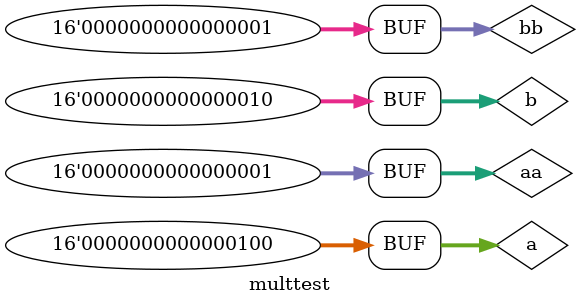
<source format=v>
`timescale 1ns / 1ps
module multtest;

	// Inputs
	reg [15:0] a,aa,b,bb;

	// Outputs
	wire [31:0] result;

	// Instantiate the Unit Under Test (UUT)
	mult uut (
		.a(a), 
		.aa(aa), 
		.b(b), 
		.bb(bb), 
		.result(result)
	);

	initial begin
		// Initialize Inputs
		a = 0;
		aa = 0;
		b = 0;
		bb = 0;

		// Wait 100 ns for global reset to finish
		#100;
		a = 4;
		aa = 1;
		bb = 1;
		b = 2;
		#100;
		a = 4;
		aa = 1;
		bb = 1;
		b = 2;
        
		// Add stimulus here

	end
      
endmodule


</source>
